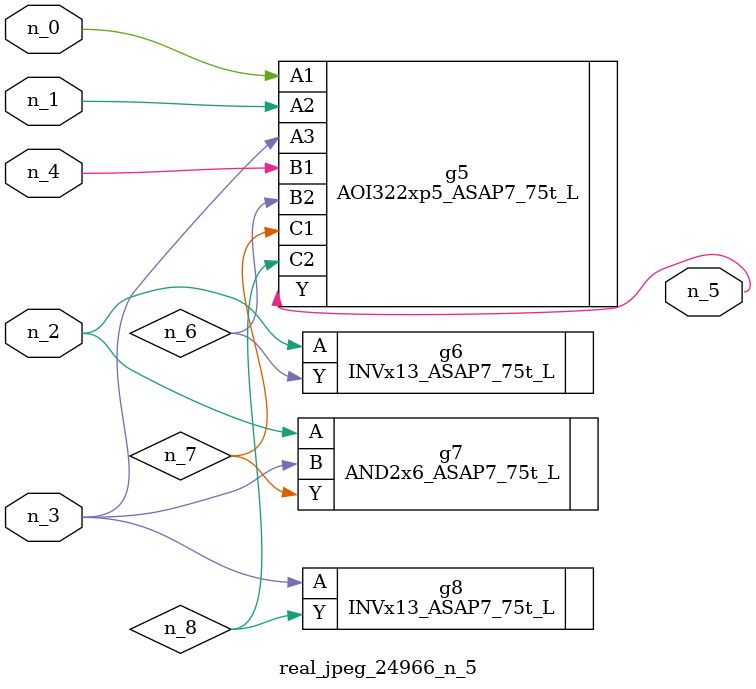
<source format=v>
module real_jpeg_24966_n_5 (n_4, n_0, n_1, n_2, n_3, n_5);

input n_4;
input n_0;
input n_1;
input n_2;
input n_3;

output n_5;

wire n_8;
wire n_6;
wire n_7;

AOI322xp5_ASAP7_75t_L g5 ( 
.A1(n_0),
.A2(n_1),
.A3(n_3),
.B1(n_4),
.B2(n_6),
.C1(n_7),
.C2(n_8),
.Y(n_5)
);

INVx13_ASAP7_75t_L g6 ( 
.A(n_2),
.Y(n_6)
);

AND2x6_ASAP7_75t_L g7 ( 
.A(n_2),
.B(n_3),
.Y(n_7)
);

INVx13_ASAP7_75t_L g8 ( 
.A(n_3),
.Y(n_8)
);


endmodule
</source>
